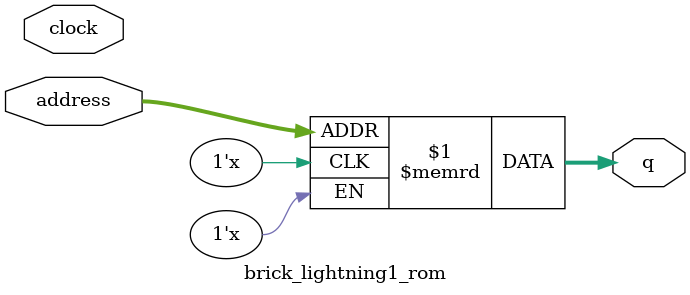
<source format=sv>
module brick_lightning1_rom (
	input logic clock,
	input logic [12:0] address,
	output logic [3:0] q
);

logic [3:0] memory [0:4999] /* synthesis ram_init_file = "./brick_lightning1/brick_lightning1.mif" */;

assign q = memory[address];

endmodule

</source>
